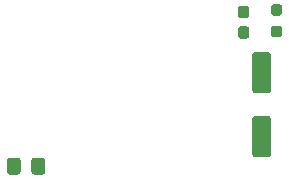
<source format=gbr>
%TF.GenerationSoftware,KiCad,Pcbnew,(5.1.8)-1*%
%TF.CreationDate,2021-05-07T13:22:02+02:00*%
%TF.ProjectId,Inputs_Volante,496e7075-7473-45f5-966f-6c616e74652e,rev?*%
%TF.SameCoordinates,Original*%
%TF.FileFunction,Paste,Top*%
%TF.FilePolarity,Positive*%
%FSLAX46Y46*%
G04 Gerber Fmt 4.6, Leading zero omitted, Abs format (unit mm)*
G04 Created by KiCad (PCBNEW (5.1.8)-1) date 2021-05-07 13:22:02*
%MOMM*%
%LPD*%
G01*
G04 APERTURE LIST*
G04 APERTURE END LIST*
%TO.C,C2*%
G36*
G01*
X78555000Y-80358000D02*
X78555000Y-79408000D01*
G75*
G02*
X78805000Y-79158000I250000J0D01*
G01*
X79480000Y-79158000D01*
G75*
G02*
X79730000Y-79408000I0J-250000D01*
G01*
X79730000Y-80358000D01*
G75*
G02*
X79480000Y-80608000I-250000J0D01*
G01*
X78805000Y-80608000D01*
G75*
G02*
X78555000Y-80358000I0J250000D01*
G01*
G37*
G36*
G01*
X76480000Y-80358000D02*
X76480000Y-79408000D01*
G75*
G02*
X76730000Y-79158000I250000J0D01*
G01*
X77405000Y-79158000D01*
G75*
G02*
X77655000Y-79408000I0J-250000D01*
G01*
X77655000Y-80358000D01*
G75*
G02*
X77405000Y-80608000I-250000J0D01*
G01*
X76730000Y-80608000D01*
G75*
G02*
X76480000Y-80358000I0J250000D01*
G01*
G37*
%TD*%
%TO.C,C1*%
G36*
G01*
X97494000Y-75626000D02*
X98594000Y-75626000D01*
G75*
G02*
X98844000Y-75876000I0J-250000D01*
G01*
X98844000Y-78876000D01*
G75*
G02*
X98594000Y-79126000I-250000J0D01*
G01*
X97494000Y-79126000D01*
G75*
G02*
X97244000Y-78876000I0J250000D01*
G01*
X97244000Y-75876000D01*
G75*
G02*
X97494000Y-75626000I250000J0D01*
G01*
G37*
G36*
G01*
X97494000Y-70226000D02*
X98594000Y-70226000D01*
G75*
G02*
X98844000Y-70476000I0J-250000D01*
G01*
X98844000Y-73476000D01*
G75*
G02*
X98594000Y-73726000I-250000J0D01*
G01*
X97494000Y-73726000D01*
G75*
G02*
X97244000Y-73476000I0J250000D01*
G01*
X97244000Y-70476000D01*
G75*
G02*
X97494000Y-70226000I250000J0D01*
G01*
G37*
%TD*%
%TO.C,R1*%
G36*
G01*
X99076500Y-67989000D02*
X99551500Y-67989000D01*
G75*
G02*
X99789000Y-68226500I0J-237500D01*
G01*
X99789000Y-68726500D01*
G75*
G02*
X99551500Y-68964000I-237500J0D01*
G01*
X99076500Y-68964000D01*
G75*
G02*
X98839000Y-68726500I0J237500D01*
G01*
X98839000Y-68226500D01*
G75*
G02*
X99076500Y-67989000I237500J0D01*
G01*
G37*
G36*
G01*
X99076500Y-66164000D02*
X99551500Y-66164000D01*
G75*
G02*
X99789000Y-66401500I0J-237500D01*
G01*
X99789000Y-66901500D01*
G75*
G02*
X99551500Y-67139000I-237500J0D01*
G01*
X99076500Y-67139000D01*
G75*
G02*
X98839000Y-66901500I0J237500D01*
G01*
X98839000Y-66401500D01*
G75*
G02*
X99076500Y-66164000I237500J0D01*
G01*
G37*
%TD*%
%TO.C,D1*%
G36*
G01*
X96282500Y-68041000D02*
X96757500Y-68041000D01*
G75*
G02*
X96995000Y-68278500I0J-237500D01*
G01*
X96995000Y-68853500D01*
G75*
G02*
X96757500Y-69091000I-237500J0D01*
G01*
X96282500Y-69091000D01*
G75*
G02*
X96045000Y-68853500I0J237500D01*
G01*
X96045000Y-68278500D01*
G75*
G02*
X96282500Y-68041000I237500J0D01*
G01*
G37*
G36*
G01*
X96282500Y-66291000D02*
X96757500Y-66291000D01*
G75*
G02*
X96995000Y-66528500I0J-237500D01*
G01*
X96995000Y-67103500D01*
G75*
G02*
X96757500Y-67341000I-237500J0D01*
G01*
X96282500Y-67341000D01*
G75*
G02*
X96045000Y-67103500I0J237500D01*
G01*
X96045000Y-66528500D01*
G75*
G02*
X96282500Y-66291000I237500J0D01*
G01*
G37*
%TD*%
M02*

</source>
